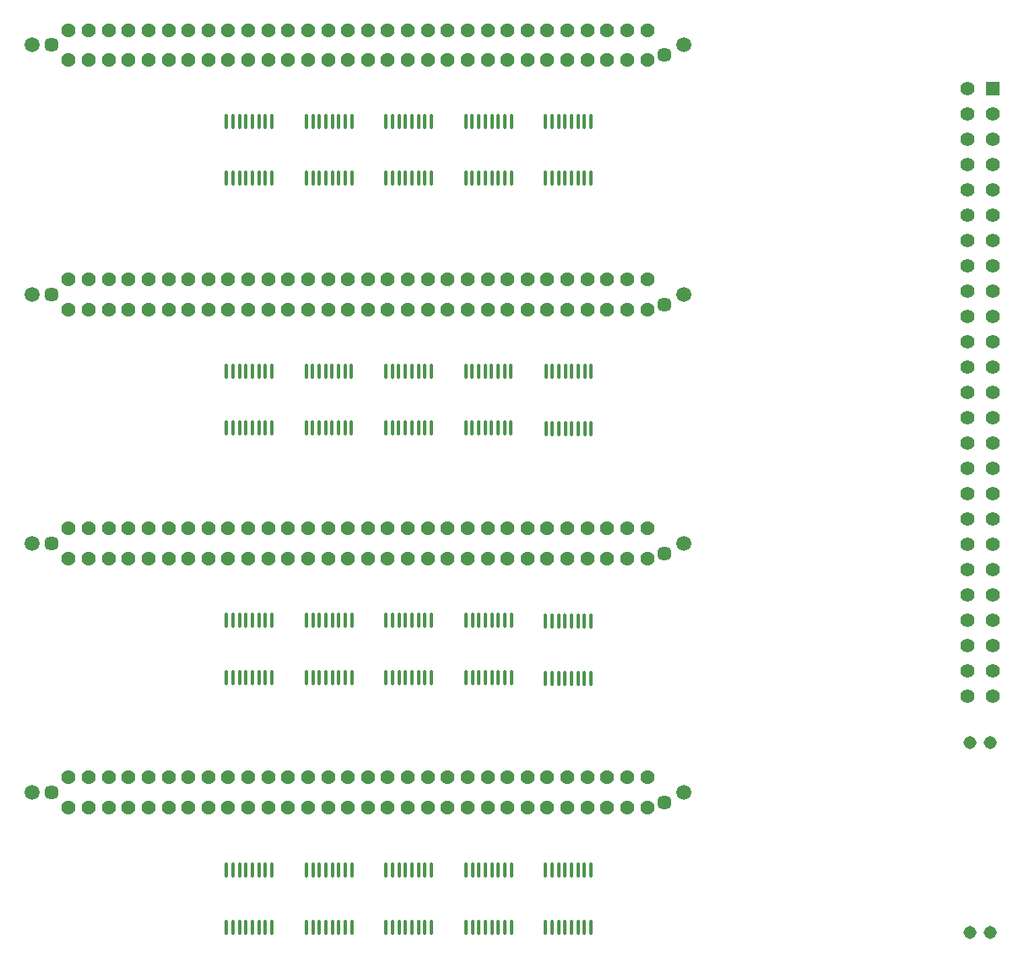
<source format=gbr>
%TF.GenerationSoftware,KiCad,Pcbnew,(6.0.4)*%
%TF.CreationDate,2022-06-06T18:54:09-04:00*%
%TF.ProjectId,32-STEPPER-DRIVER-BOARD,33322d53-5445-4505-9045-522d44524956,rev?*%
%TF.SameCoordinates,Original*%
%TF.FileFunction,Soldermask,Bot*%
%TF.FilePolarity,Negative*%
%FSLAX46Y46*%
G04 Gerber Fmt 4.6, Leading zero omitted, Abs format (unit mm)*
G04 Created by KiCad (PCBNEW (6.0.4)) date 2022-06-06 18:54:09*
%MOMM*%
%LPD*%
G01*
G04 APERTURE LIST*
G04 Aperture macros list*
%AMRoundRect*
0 Rectangle with rounded corners*
0 $1 Rounding radius*
0 $2 $3 $4 $5 $6 $7 $8 $9 X,Y pos of 4 corners*
0 Add a 4 corners polygon primitive as box body*
4,1,4,$2,$3,$4,$5,$6,$7,$8,$9,$2,$3,0*
0 Add four circle primitives for the rounded corners*
1,1,$1+$1,$2,$3*
1,1,$1+$1,$4,$5*
1,1,$1+$1,$6,$7*
1,1,$1+$1,$8,$9*
0 Add four rect primitives between the rounded corners*
20,1,$1+$1,$2,$3,$4,$5,0*
20,1,$1+$1,$4,$5,$6,$7,0*
20,1,$1+$1,$6,$7,$8,$9,0*
20,1,$1+$1,$8,$9,$2,$3,0*%
G04 Aperture macros list end*
%ADD10C,1.308000*%
%ADD11C,1.450000*%
%ADD12C,1.430000*%
%ADD13C,1.508000*%
%ADD14R,1.390000X1.390000*%
%ADD15C,1.390000*%
%ADD16RoundRect,0.100000X-0.100000X0.637500X-0.100000X-0.637500X0.100000X-0.637500X0.100000X0.637500X0*%
G04 APERTURE END LIST*
D10*
%TO.C,J6*%
X150400000Y-108550000D03*
X152400000Y-108550000D03*
X150400000Y-89450000D03*
X152400000Y-89450000D03*
%TD*%
D11*
%TO.C,J2*%
X58250000Y-44510000D03*
X119750000Y-45510000D03*
D12*
X60000000Y-46020000D03*
X60000000Y-43000000D03*
X62000000Y-46020000D03*
X62000000Y-43000000D03*
X64000000Y-46020000D03*
X64000000Y-43000000D03*
X66000000Y-46020000D03*
X66000000Y-43000000D03*
X68000000Y-46020000D03*
X68000000Y-43000000D03*
X70000000Y-46020000D03*
X70000000Y-43000000D03*
X72000000Y-46020000D03*
X72000000Y-43000000D03*
X74000000Y-46020000D03*
X74000000Y-43000000D03*
X76000000Y-46020000D03*
X76000000Y-43000000D03*
X78000000Y-46020000D03*
X78000000Y-43000000D03*
X80000000Y-46020000D03*
X80000000Y-43000000D03*
X82000000Y-46020000D03*
X82000000Y-43000000D03*
X84000000Y-46020000D03*
X84000000Y-43000000D03*
X86000000Y-46020000D03*
X86000000Y-43000000D03*
X88000000Y-46020000D03*
X88000000Y-43000000D03*
X90000000Y-46020000D03*
X90000000Y-43000000D03*
X92000000Y-46020000D03*
X92000000Y-43000000D03*
X94000000Y-46020000D03*
X94000000Y-43000000D03*
X96000000Y-46020000D03*
X96000000Y-43000000D03*
X98000000Y-46020000D03*
X98000000Y-43000000D03*
X100000000Y-46020000D03*
X100000000Y-43000000D03*
X102000000Y-46020000D03*
X102000000Y-43000000D03*
X104000000Y-46020000D03*
X104000000Y-43000000D03*
X106000000Y-46020000D03*
X106000000Y-43000000D03*
X108000000Y-46020000D03*
X108000000Y-43000000D03*
X110000000Y-46020000D03*
X110000000Y-43000000D03*
X112000000Y-46020000D03*
X112000000Y-43000000D03*
X114000000Y-46020000D03*
X114000000Y-43000000D03*
X116000000Y-46020000D03*
X116000000Y-43000000D03*
X118000000Y-46020000D03*
X118000000Y-43000000D03*
D13*
X56300000Y-44510000D03*
X121700000Y-44510000D03*
%TD*%
D11*
%TO.C,J1*%
X58250000Y-19510000D03*
X119750000Y-20510000D03*
D12*
X60000000Y-21020000D03*
X60000000Y-18000000D03*
X62000000Y-21020000D03*
X62000000Y-18000000D03*
X64000000Y-21020000D03*
X64000000Y-18000000D03*
X66000000Y-21020000D03*
X66000000Y-18000000D03*
X68000000Y-21020000D03*
X68000000Y-18000000D03*
X70000000Y-21020000D03*
X70000000Y-18000000D03*
X72000000Y-21020000D03*
X72000000Y-18000000D03*
X74000000Y-21020000D03*
X74000000Y-18000000D03*
X76000000Y-21020000D03*
X76000000Y-18000000D03*
X78000000Y-21020000D03*
X78000000Y-18000000D03*
X80000000Y-21020000D03*
X80000000Y-18000000D03*
X82000000Y-21020000D03*
X82000000Y-18000000D03*
X84000000Y-21020000D03*
X84000000Y-18000000D03*
X86000000Y-21020000D03*
X86000000Y-18000000D03*
X88000000Y-21020000D03*
X88000000Y-18000000D03*
X90000000Y-21020000D03*
X90000000Y-18000000D03*
X92000000Y-21020000D03*
X92000000Y-18000000D03*
X94000000Y-21020000D03*
X94000000Y-18000000D03*
X96000000Y-21020000D03*
X96000000Y-18000000D03*
X98000000Y-21020000D03*
X98000000Y-18000000D03*
X100000000Y-21020000D03*
X100000000Y-18000000D03*
X102000000Y-21020000D03*
X102000000Y-18000000D03*
X104000000Y-21020000D03*
X104000000Y-18000000D03*
X106000000Y-21020000D03*
X106000000Y-18000000D03*
X108000000Y-21020000D03*
X108000000Y-18000000D03*
X110000000Y-21020000D03*
X110000000Y-18000000D03*
X112000000Y-21020000D03*
X112000000Y-18000000D03*
X114000000Y-21020000D03*
X114000000Y-18000000D03*
X116000000Y-21020000D03*
X116000000Y-18000000D03*
X118000000Y-21020000D03*
X118000000Y-18000000D03*
D13*
X56300000Y-19510000D03*
X121700000Y-19510000D03*
%TD*%
D11*
%TO.C,J3*%
X119750000Y-70510000D03*
X58250000Y-69510000D03*
D12*
X60000000Y-71020000D03*
X60000000Y-68000000D03*
X62000000Y-71020000D03*
X62000000Y-68000000D03*
X64000000Y-71020000D03*
X64000000Y-68000000D03*
X66000000Y-71020000D03*
X66000000Y-68000000D03*
X68000000Y-71020000D03*
X68000000Y-68000000D03*
X70000000Y-71020000D03*
X70000000Y-68000000D03*
X72000000Y-71020000D03*
X72000000Y-68000000D03*
X74000000Y-71020000D03*
X74000000Y-68000000D03*
X76000000Y-71020000D03*
X76000000Y-68000000D03*
X78000000Y-71020000D03*
X78000000Y-68000000D03*
X80000000Y-71020000D03*
X80000000Y-68000000D03*
X82000000Y-71020000D03*
X82000000Y-68000000D03*
X84000000Y-71020000D03*
X84000000Y-68000000D03*
X86000000Y-71020000D03*
X86000000Y-68000000D03*
X88000000Y-71020000D03*
X88000000Y-68000000D03*
X90000000Y-71020000D03*
X90000000Y-68000000D03*
X92000000Y-71020000D03*
X92000000Y-68000000D03*
X94000000Y-71020000D03*
X94000000Y-68000000D03*
X96000000Y-71020000D03*
X96000000Y-68000000D03*
X98000000Y-71020000D03*
X98000000Y-68000000D03*
X100000000Y-71020000D03*
X100000000Y-68000000D03*
X102000000Y-71020000D03*
X102000000Y-68000000D03*
X104000000Y-71020000D03*
X104000000Y-68000000D03*
X106000000Y-71020000D03*
X106000000Y-68000000D03*
X108000000Y-71020000D03*
X108000000Y-68000000D03*
X110000000Y-71020000D03*
X110000000Y-68000000D03*
X112000000Y-71020000D03*
X112000000Y-68000000D03*
X114000000Y-71020000D03*
X114000000Y-68000000D03*
X116000000Y-71020000D03*
X116000000Y-68000000D03*
X118000000Y-71020000D03*
X118000000Y-68000000D03*
D13*
X56300000Y-69510000D03*
X121700000Y-69510000D03*
%TD*%
D11*
%TO.C,J4*%
X58250000Y-94510000D03*
X119750000Y-95510000D03*
D12*
X60000000Y-96020000D03*
X60000000Y-93000000D03*
X62000000Y-96020000D03*
X62000000Y-93000000D03*
X64000000Y-96020000D03*
X64000000Y-93000000D03*
X66000000Y-96020000D03*
X66000000Y-93000000D03*
X68000000Y-96020000D03*
X68000000Y-93000000D03*
X70000000Y-96020000D03*
X70000000Y-93000000D03*
X72000000Y-96020000D03*
X72000000Y-93000000D03*
X74000000Y-96020000D03*
X74000000Y-93000000D03*
X76000000Y-96020000D03*
X76000000Y-93000000D03*
X78000000Y-96020000D03*
X78000000Y-93000000D03*
X80000000Y-96020000D03*
X80000000Y-93000000D03*
X82000000Y-96020000D03*
X82000000Y-93000000D03*
X84000000Y-96020000D03*
X84000000Y-93000000D03*
X86000000Y-96020000D03*
X86000000Y-93000000D03*
X88000000Y-96020000D03*
X88000000Y-93000000D03*
X90000000Y-96020000D03*
X90000000Y-93000000D03*
X92000000Y-96020000D03*
X92000000Y-93000000D03*
X94000000Y-96020000D03*
X94000000Y-93000000D03*
X96000000Y-96020000D03*
X96000000Y-93000000D03*
X98000000Y-96020000D03*
X98000000Y-93000000D03*
X100000000Y-96020000D03*
X100000000Y-93000000D03*
X102000000Y-96020000D03*
X102000000Y-93000000D03*
X104000000Y-96020000D03*
X104000000Y-93000000D03*
X106000000Y-96020000D03*
X106000000Y-93000000D03*
X108000000Y-96020000D03*
X108000000Y-93000000D03*
X110000000Y-96020000D03*
X110000000Y-93000000D03*
X112000000Y-96020000D03*
X112000000Y-93000000D03*
X114000000Y-96020000D03*
X114000000Y-93000000D03*
X116000000Y-96020000D03*
X116000000Y-93000000D03*
X118000000Y-96020000D03*
X118000000Y-93000000D03*
D13*
X56300000Y-94510000D03*
X121700000Y-94510000D03*
%TD*%
D14*
%TO.C,J5*%
X152670000Y-23907500D03*
D15*
X150130000Y-23907500D03*
X152670000Y-26447500D03*
X150130000Y-26447500D03*
X152670000Y-28987500D03*
X150130000Y-28987500D03*
X152670000Y-31527500D03*
X150130000Y-31527500D03*
X152670000Y-34067500D03*
X150130000Y-34067500D03*
X152670000Y-36607500D03*
X150130000Y-36607500D03*
X152670000Y-39147500D03*
X150130000Y-39147500D03*
X152670000Y-41687500D03*
X150130000Y-41687500D03*
X152670000Y-44227500D03*
X150130000Y-44227500D03*
X152670000Y-46767500D03*
X150130000Y-46767500D03*
X152670000Y-49307500D03*
X150130000Y-49307500D03*
X152670000Y-51847500D03*
X150130000Y-51847500D03*
X152670000Y-54387500D03*
X150130000Y-54387500D03*
X152670000Y-56927500D03*
X150130000Y-56927500D03*
X152670000Y-59467500D03*
X150130000Y-59467500D03*
X152670000Y-62007500D03*
X150130000Y-62007500D03*
X152670000Y-64547500D03*
X150130000Y-64547500D03*
X152670000Y-67087500D03*
X150130000Y-67087500D03*
X152670000Y-69627500D03*
X150130000Y-69627500D03*
X152670000Y-72167500D03*
X150130000Y-72167500D03*
X152670000Y-74707500D03*
X150130000Y-74707500D03*
X152670000Y-77247500D03*
X150130000Y-77247500D03*
X152670000Y-79787500D03*
X150130000Y-79787500D03*
X152670000Y-82327500D03*
X150130000Y-82327500D03*
X152670000Y-84867500D03*
X150130000Y-84867500D03*
%TD*%
D16*
%TO.C,U20*%
X83825000Y-102287500D03*
X84475000Y-102287500D03*
X85125000Y-102287500D03*
X85775000Y-102287500D03*
X86425000Y-102287500D03*
X87075000Y-102287500D03*
X87725000Y-102287500D03*
X88375000Y-102287500D03*
X88375000Y-108012500D03*
X87725000Y-108012500D03*
X87075000Y-108012500D03*
X86425000Y-108012500D03*
X85775000Y-108012500D03*
X85125000Y-108012500D03*
X84475000Y-108012500D03*
X83825000Y-108012500D03*
%TD*%
%TO.C,U10*%
X83804600Y-52204700D03*
X84454600Y-52204700D03*
X85104600Y-52204700D03*
X85754600Y-52204700D03*
X86404600Y-52204700D03*
X87054600Y-52204700D03*
X87704600Y-52204700D03*
X88354600Y-52204700D03*
X88354600Y-57929700D03*
X87704600Y-57929700D03*
X87054600Y-57929700D03*
X86404600Y-57929700D03*
X85754600Y-57929700D03*
X85104600Y-57929700D03*
X84454600Y-57929700D03*
X83804600Y-57929700D03*
%TD*%
%TO.C,U6*%
X107855600Y-52272200D03*
X108505600Y-52272200D03*
X109155600Y-52272200D03*
X109805600Y-52272200D03*
X110455600Y-52272200D03*
X111105600Y-52272200D03*
X111755600Y-52272200D03*
X112405600Y-52272200D03*
X112405600Y-57997200D03*
X111755600Y-57997200D03*
X111105600Y-57997200D03*
X110455600Y-57997200D03*
X109805600Y-57997200D03*
X109155600Y-57997200D03*
X108505600Y-57997200D03*
X107855600Y-57997200D03*
%TD*%
%TO.C,U2*%
X99819000Y-27137500D03*
X100469000Y-27137500D03*
X101119000Y-27137500D03*
X101769000Y-27137500D03*
X102419000Y-27137500D03*
X103069000Y-27137500D03*
X103719000Y-27137500D03*
X104369000Y-27137500D03*
X104369000Y-32862500D03*
X103719000Y-32862500D03*
X103069000Y-32862500D03*
X102419000Y-32862500D03*
X101769000Y-32862500D03*
X101119000Y-32862500D03*
X100469000Y-32862500D03*
X99819000Y-32862500D03*
%TD*%
%TO.C,U17*%
X107825000Y-102287500D03*
X108475000Y-102287500D03*
X109125000Y-102287500D03*
X109775000Y-102287500D03*
X110425000Y-102287500D03*
X111075000Y-102287500D03*
X111725000Y-102287500D03*
X112375000Y-102287500D03*
X112375000Y-108012500D03*
X111725000Y-108012500D03*
X111075000Y-108012500D03*
X110425000Y-108012500D03*
X109775000Y-108012500D03*
X109125000Y-108012500D03*
X108475000Y-108012500D03*
X107825000Y-108012500D03*
%TD*%
%TO.C,U13*%
X99825000Y-77237500D03*
X100475000Y-77237500D03*
X101125000Y-77237500D03*
X101775000Y-77237500D03*
X102425000Y-77237500D03*
X103075000Y-77237500D03*
X103725000Y-77237500D03*
X104375000Y-77237500D03*
X104375000Y-82962500D03*
X103725000Y-82962500D03*
X103075000Y-82962500D03*
X102425000Y-82962500D03*
X101775000Y-82962500D03*
X101125000Y-82962500D03*
X100475000Y-82962500D03*
X99825000Y-82962500D03*
%TD*%
%TO.C,U5*%
X75819000Y-27137500D03*
X76469000Y-27137500D03*
X77119000Y-27137500D03*
X77769000Y-27137500D03*
X78419000Y-27137500D03*
X79069000Y-27137500D03*
X79719000Y-27137500D03*
X80369000Y-27137500D03*
X80369000Y-32862500D03*
X79719000Y-32862500D03*
X79069000Y-32862500D03*
X78419000Y-32862500D03*
X77769000Y-32862500D03*
X77119000Y-32862500D03*
X76469000Y-32862500D03*
X75819000Y-32862500D03*
%TD*%
%TO.C,U16*%
X75825000Y-77237500D03*
X76475000Y-77237500D03*
X77125000Y-77237500D03*
X77775000Y-77237500D03*
X78425000Y-77237500D03*
X79075000Y-77237500D03*
X79725000Y-77237500D03*
X80375000Y-77237500D03*
X80375000Y-82962500D03*
X79725000Y-82962500D03*
X79075000Y-82962500D03*
X78425000Y-82962500D03*
X77775000Y-82962500D03*
X77125000Y-82962500D03*
X76475000Y-82962500D03*
X75825000Y-82962500D03*
%TD*%
%TO.C,U4*%
X83819000Y-27137500D03*
X84469000Y-27137500D03*
X85119000Y-27137500D03*
X85769000Y-27137500D03*
X86419000Y-27137500D03*
X87069000Y-27137500D03*
X87719000Y-27137500D03*
X88369000Y-27137500D03*
X88369000Y-32862500D03*
X87719000Y-32862500D03*
X87069000Y-32862500D03*
X86419000Y-32862500D03*
X85769000Y-32862500D03*
X85119000Y-32862500D03*
X84469000Y-32862500D03*
X83819000Y-32862500D03*
%TD*%
%TO.C,U3*%
X91819000Y-27137500D03*
X92469000Y-27137500D03*
X93119000Y-27137500D03*
X93769000Y-27137500D03*
X94419000Y-27137500D03*
X95069000Y-27137500D03*
X95719000Y-27137500D03*
X96369000Y-27137500D03*
X96369000Y-32862500D03*
X95719000Y-32862500D03*
X95069000Y-32862500D03*
X94419000Y-32862500D03*
X93769000Y-32862500D03*
X93119000Y-32862500D03*
X92469000Y-32862500D03*
X91819000Y-32862500D03*
%TD*%
%TO.C,U12*%
X107825000Y-77287500D03*
X108475000Y-77287500D03*
X109125000Y-77287500D03*
X109775000Y-77287500D03*
X110425000Y-77287500D03*
X111075000Y-77287500D03*
X111725000Y-77287500D03*
X112375000Y-77287500D03*
X112375000Y-83012500D03*
X111725000Y-83012500D03*
X111075000Y-83012500D03*
X110425000Y-83012500D03*
X109775000Y-83012500D03*
X109125000Y-83012500D03*
X108475000Y-83012500D03*
X107825000Y-83012500D03*
%TD*%
%TO.C,U1*%
X107819000Y-27137500D03*
X108469000Y-27137500D03*
X109119000Y-27137500D03*
X109769000Y-27137500D03*
X110419000Y-27137500D03*
X111069000Y-27137500D03*
X111719000Y-27137500D03*
X112369000Y-27137500D03*
X112369000Y-32862500D03*
X111719000Y-32862500D03*
X111069000Y-32862500D03*
X110419000Y-32862500D03*
X109769000Y-32862500D03*
X109119000Y-32862500D03*
X108469000Y-32862500D03*
X107819000Y-32862500D03*
%TD*%
%TO.C,U15*%
X83825000Y-77237500D03*
X84475000Y-77237500D03*
X85125000Y-77237500D03*
X85775000Y-77237500D03*
X86425000Y-77237500D03*
X87075000Y-77237500D03*
X87725000Y-77237500D03*
X88375000Y-77237500D03*
X88375000Y-82962500D03*
X87725000Y-82962500D03*
X87075000Y-82962500D03*
X86425000Y-82962500D03*
X85775000Y-82962500D03*
X85125000Y-82962500D03*
X84475000Y-82962500D03*
X83825000Y-82962500D03*
%TD*%
%TO.C,U18*%
X99825000Y-102287500D03*
X100475000Y-102287500D03*
X101125000Y-102287500D03*
X101775000Y-102287500D03*
X102425000Y-102287500D03*
X103075000Y-102287500D03*
X103725000Y-102287500D03*
X104375000Y-102287500D03*
X104375000Y-108012500D03*
X103725000Y-108012500D03*
X103075000Y-108012500D03*
X102425000Y-108012500D03*
X101775000Y-108012500D03*
X101125000Y-108012500D03*
X100475000Y-108012500D03*
X99825000Y-108012500D03*
%TD*%
%TO.C,U7*%
X99804600Y-52204700D03*
X100454600Y-52204700D03*
X101104600Y-52204700D03*
X101754600Y-52204700D03*
X102404600Y-52204700D03*
X103054600Y-52204700D03*
X103704600Y-52204700D03*
X104354600Y-52204700D03*
X104354600Y-57929700D03*
X103704600Y-57929700D03*
X103054600Y-57929700D03*
X102404600Y-57929700D03*
X101754600Y-57929700D03*
X101104600Y-57929700D03*
X100454600Y-57929700D03*
X99804600Y-57929700D03*
%TD*%
%TO.C,U19*%
X91825000Y-102287500D03*
X92475000Y-102287500D03*
X93125000Y-102287500D03*
X93775000Y-102287500D03*
X94425000Y-102287500D03*
X95075000Y-102287500D03*
X95725000Y-102287500D03*
X96375000Y-102287500D03*
X96375000Y-108012500D03*
X95725000Y-108012500D03*
X95075000Y-108012500D03*
X94425000Y-108012500D03*
X93775000Y-108012500D03*
X93125000Y-108012500D03*
X92475000Y-108012500D03*
X91825000Y-108012500D03*
%TD*%
%TO.C,U14*%
X91825000Y-77237500D03*
X92475000Y-77237500D03*
X93125000Y-77237500D03*
X93775000Y-77237500D03*
X94425000Y-77237500D03*
X95075000Y-77237500D03*
X95725000Y-77237500D03*
X96375000Y-77237500D03*
X96375000Y-82962500D03*
X95725000Y-82962500D03*
X95075000Y-82962500D03*
X94425000Y-82962500D03*
X93775000Y-82962500D03*
X93125000Y-82962500D03*
X92475000Y-82962500D03*
X91825000Y-82962500D03*
%TD*%
%TO.C,U21*%
X75825000Y-102287500D03*
X76475000Y-102287500D03*
X77125000Y-102287500D03*
X77775000Y-102287500D03*
X78425000Y-102287500D03*
X79075000Y-102287500D03*
X79725000Y-102287500D03*
X80375000Y-102287500D03*
X80375000Y-108012500D03*
X79725000Y-108012500D03*
X79075000Y-108012500D03*
X78425000Y-108012500D03*
X77775000Y-108012500D03*
X77125000Y-108012500D03*
X76475000Y-108012500D03*
X75825000Y-108012500D03*
%TD*%
%TO.C,U11*%
X75804600Y-52204700D03*
X76454600Y-52204700D03*
X77104600Y-52204700D03*
X77754600Y-52204700D03*
X78404600Y-52204700D03*
X79054600Y-52204700D03*
X79704600Y-52204700D03*
X80354600Y-52204700D03*
X80354600Y-57929700D03*
X79704600Y-57929700D03*
X79054600Y-57929700D03*
X78404600Y-57929700D03*
X77754600Y-57929700D03*
X77104600Y-57929700D03*
X76454600Y-57929700D03*
X75804600Y-57929700D03*
%TD*%
%TO.C,U9*%
X91804600Y-52204700D03*
X92454600Y-52204700D03*
X93104600Y-52204700D03*
X93754600Y-52204700D03*
X94404600Y-52204700D03*
X95054600Y-52204700D03*
X95704600Y-52204700D03*
X96354600Y-52204700D03*
X96354600Y-57929700D03*
X95704600Y-57929700D03*
X95054600Y-57929700D03*
X94404600Y-57929700D03*
X93754600Y-57929700D03*
X93104600Y-57929700D03*
X92454600Y-57929700D03*
X91804600Y-57929700D03*
%TD*%
M02*

</source>
